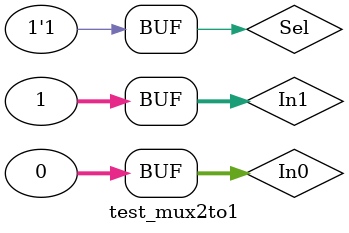
<source format=v>
`timescale 1ns / 1ps


module test_mux2to1;

	// Inputs
	reg [31:0] In0;
	reg [31:0] In1;
	reg Sel;

	// Outputs
	wire [31:0] Mux_Out;

	// Instantiate the Unit Under Test (UUT)
	MUX_2_to_1 uut (
		.In0(In0), 
		.In1(In1), 
		.Sel(Sel), 
		.Mux_Out(Mux_Out)
	);

	initial begin
		// Initialize Inputs
		In0 = 0;
		In1 = 1;
		Sel = 1;

		// Wait 100 ns for global reset to finish
		#100;
        
		// Add stimulus here

	end
      
endmodule


</source>
